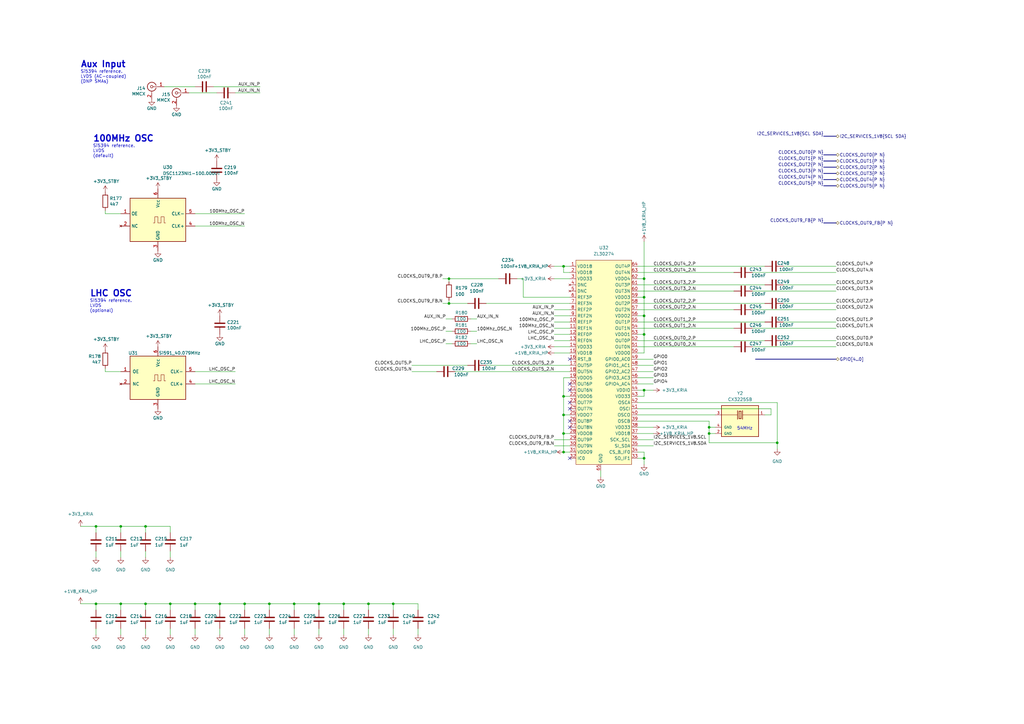
<source format=kicad_sch>
(kicad_sch (version 20211123) (generator eeschema)
  (paper "A3")
  (title_block (title "ATCA Template") (date "2023-01-05") (rev "1.0") (company "Karlsruhe Institute of Technology (KIT)") (comment 1 "Carsten Schmerbeck") (comment 2 "Luis Ardila") (comment 4 "Licensed under CERN-OHL-P v2"))
  (lib_symbols
    (symbol "Connector:Conn_Coaxial" (pin_names (offset 1.016) hide)
      (property "Reference" "J" (at 0.254 3.048 0))
      (property "Value" "Conn_Coaxial" (at 2.921 0 90))
      (symbol "Conn_Coaxial_0_1"
        (arc (start -1.778 -0.508) (mid 0.2311 -1.8066) (end 1.778 0) (stroke (width 0.254)))
        (polyline (pts (xy -2.54 0) (xy -0.508 0)))
        (polyline (pts (xy 0 -2.54) (xy 0 -1.778)))
        (circle (center 0 0) (radius 0.508) (stroke (width 0.2032)))
        (arc (start 1.778 0) (mid 0.2099 1.8101) (end -1.778 0.508) (stroke (width 0.254)))
      )
      (symbol "Conn_Coaxial_1_1"
        (pin passive line (at -5.08 0 0) (length 2.54) (name "In") (number "1"))
        (pin passive line (at 0 -5.08 90) (length 2.54) (name "Ext") (number "2"))
      )
    )
    (symbol "Device:C" (pin_numbers hide) (pin_names (offset 0.254))
      (property "Reference" "C" (at 0.635 2.54 0))
      (property "Value" "C" (at 0.635 -2.54 0))
      (symbol "C_0_1"
        (polyline (pts (xy -2.032 -0.762) (xy 2.032 -0.762)) (stroke (width 0.508)))
        (polyline (pts (xy -2.032 0.762) (xy 2.032 0.762)) (stroke (width 0.508)))
      )
      (symbol "C_1_1"
        (pin passive line (at 0 3.81 270) (length 2.794) (name "~") (number "1"))
        (pin passive line (at 0 -3.81 90) (length 2.794) (name "~") (number "2"))
      )
    )
    (symbol "Device:R" (pin_numbers hide) (pin_names (offset 0))
      (property "Reference" "R" (at 2.032 0 90))
      (property "Value" "R" (at 0 0 90))
      (symbol "R_0_1"
        (rectangle (start -1.016 -2.54) (end 1.016 2.54) (stroke (width 0.254)))
      )
      (symbol "R_1_1"
        (pin passive line (at 0 3.81 270) (length 1.27) (name "~") (number "1"))
        (pin passive line (at 0 -3.81 90) (length 1.27) (name "~") (number "2"))
      )
    )
    (symbol "KIT_Logic:ZL30274"
      (property "Reference" "U" (at 0 0 0))
      (property "Value" "ZL30274" (at 0 0 0))
      (symbol "ZL30274_0_0"
        (pin power_in line (at 0 0 0) (length 2.54) (name "VDD18") (number "1"))
        (pin input line (at 0 -22.86 0) (length 2.54) (name "REF1P") (number "10"))
        (pin input line (at 0 -25.4 0) (length 2.54) (name "REF1N") (number "11"))
        (pin input line (at 0 -27.94 0) (length 2.54) (name "REF0P") (number "12"))
        (pin input line (at 0 -30.48 0) (length 2.54) (name "REF0N") (number "13"))
        (pin power_in line (at 0 -33.02 0) (length 2.54) (name "VDD33") (number "14"))
        (pin power_in line (at 0 -35.56 0) (length 2.54) (name "VDD18") (number "15"))
        (pin input line (at 0 -38.1 0) (length 2.54) (name "RST_B") (number "16"))
        (pin output line (at 0 -40.64 0) (length 2.54) (name "OUT5P") (number "17"))
        (pin output line (at 0 -43.18 0) (length 2.54) (name "OUT5N") (number "18"))
        (pin power_in line (at 0 -45.72 0) (length 2.54) (name "VDDO5") (number "19"))
        (pin power_in line (at 0 -2.54 0) (length 2.54) (name "VDD18") (number "2"))
        (pin output line (at 0 -48.26 0) (length 2.54) (name "OUT6P") (number "20"))
        (pin output line (at 0 -50.8 0) (length 2.54) (name "OUT6N") (number "21"))
        (pin power_in line (at 0 -53.34 0) (length 2.54) (name "VDDO6") (number "22"))
        (pin output line (at 0 -55.88 0) (length 2.54) (name "OUT7P") (number "23"))
        (pin output line (at 0 -58.42 0) (length 2.54) (name "OUT7N") (number "24"))
        (pin power_in line (at 0 -60.96 0) (length 2.54) (name "VDDO7") (number "25"))
        (pin output line (at 0 -63.5 0) (length 2.54) (name "OUT8P") (number "26"))
        (pin output line (at 0 -66.04 0) (length 2.54) (name "OUT8N") (number "27"))
        (pin power_in line (at 0 -68.58 0) (length 2.54) (name "VDDO8") (number "28"))
        (pin output line (at 0 -71.12 0) (length 2.54) (name "OUT9P") (number "29"))
        (pin power_in line (at 0 -5.08 0) (length 2.54) (name "VDD33") (number "3"))
        (pin output line (at 0 -73.66 0) (length 2.54) (name "OUT9N") (number "30"))
        (pin power_in line (at 0 -76.2 0) (length 2.54) (name "VDDO9") (number "31"))
        (pin bidirectional line (at 0 -78.74 0) (length 2.54) (name "IC0") (number "32"))
        (pin input line (at 27.94 -78.74 180) (length 2.54) (name "SO_IF1") (number "33"))
        (pin input line (at 27.94 -76.2 180) (length 2.54) (name "CS_B_IF0") (number "34"))
        (pin bidirectional line (at 27.94 -73.66 180) (length 2.54) (name "SI_SDA") (number "35"))
        (pin input line (at 27.94 -71.12 180) (length 2.54) (name "SCK_SCL") (number "36"))
        (pin power_in line (at 27.94 -68.58 180) (length 2.54) (name "VDD18") (number "37"))
        (pin power_in line (at 27.94 -66.04 180) (length 2.54) (name "VDD33") (number "38"))
        (pin passive line (at 27.94 -63.5 180) (length 2.54) (name "OSCB") (number "39"))
        (pin no_connect line (at 0 -7.62 0) (length 2.54) (name "DNC") (number "4"))
        (pin passive line (at 27.94 -60.96 180) (length 2.54) (name "OSCO") (number "40"))
        (pin passive line (at 27.94 -58.42 180) (length 2.54) (name "OSCI") (number "41"))
        (pin passive line (at 27.94 -55.88 180) (length 2.54) (name "OSCA") (number "42"))
        (pin power_in line (at 27.94 -53.34 180) (length 2.54) (name "VDD33") (number "43"))
        (pin power_in line (at 27.94 -50.8 180) (length 2.54) (name "VDDIO") (number "44"))
        (pin bidirectional line (at 27.94 -48.26 180) (length 2.54) (name "GPIO4_AC4") (number "45"))
        (pin bidirectional line (at 27.94 -45.72 180) (length 2.54) (name "GPIO3_AC3") (number "46"))
        (pin bidirectional line (at 27.94 -43.18 180) (length 2.54) (name "GPIO2_AC2") (number "47"))
        (pin bidirectional line (at 27.94 -40.64 180) (length 2.54) (name "GPIO1_AC1") (number "48"))
        (pin bidirectional line (at 27.94 -38.1 180) (length 2.54) (name "GPIO0_AC0") (number "49"))
        (pin no_connect line (at 0 -10.16 0) (length 2.54) (name "DNC") (number "5"))
        (pin power_in line (at 27.94 -35.56 180) (length 2.54) (name "VDDO0") (number "50"))
        (pin output line (at 27.94 -33.02 180) (length 2.54) (name "OUT0N") (number "51"))
        (pin output line (at 27.94 -30.48 180) (length 2.54) (name "OUT0P") (number "52"))
        (pin power_in line (at 27.94 -27.94 180) (length 2.54) (name "VDDO1") (number "53"))
        (pin output line (at 27.94 -25.4 180) (length 2.54) (name "OUT1N") (number "54"))
        (pin output line (at 27.94 -22.86 180) (length 2.54) (name "OUT1P") (number "55"))
        (pin power_in line (at 27.94 -20.32 180) (length 2.54) (name "VDDO2") (number "56"))
        (pin output line (at 27.94 -17.78 180) (length 2.54) (name "OUT2N") (number "57"))
        (pin output line (at 27.94 -15.24 180) (length 2.54) (name "OUT2P") (number "58"))
        (pin power_in line (at 27.94 -12.7 180) (length 2.54) (name "VDDO3") (number "59"))
        (pin input line (at 0 -12.7 0) (length 2.54) (name "REF3P") (number "6"))
        (pin output line (at 27.94 -10.16 180) (length 2.54) (name "OUT3N") (number "60"))
        (pin output line (at 27.94 -7.62 180) (length 2.54) (name "OUT3P") (number "61"))
        (pin power_in line (at 27.94 -5.08 180) (length 2.54) (name "VDDO4") (number "62"))
        (pin output line (at 27.94 -2.54 180) (length 2.54) (name "OUT4N") (number "63"))
        (pin output line (at 27.94 0 180) (length 2.54) (name "OUT4P") (number "64"))
        (pin power_in line (at 12.7 -83.82 90) (length 2.54) (name "GND") (number "65"))
        (pin input line (at 0 -15.24 0) (length 2.54) (name "REF3N") (number "7"))
        (pin input line (at 0 -17.78 0) (length 2.54) (name "REF2P") (number "8"))
        (pin input line (at 0 -20.32 0) (length 2.54) (name "REF2N") (number "9"))
      )
      (symbol "ZL30274_0_1"
        (rectangle (start 25.4 -81.28) (end 2.54 2.54) (fill (type background)))
      )
    )
    (symbol "KIT_Oscillator:CX3225SB" (pin_names (offset 1.016))
      (property "Reference" "Y" (at -7.6454 7.62 0))
      (property "Value" "CX3225SB" (at -7.62 -8.89 0))
      (symbol "CX3225SB_0_0"
        (rectangle (start -7.62 -6.35) (end 7.62 6.35) (stroke (width 0.254)) (fill (type background)))
        (polyline (pts (xy -1.016 2.54) (xy -7.62 2.54)) (stroke (width 0.1524)))
        (polyline (pts (xy -1.016 4.318) (xy -1.016 0.762)) (stroke (width 0.254)))
        (polyline (pts (xy -0.381 1.016) (xy 0.381 1.016)) (stroke (width 0.254)))
        (polyline (pts (xy -0.381 4.064) (xy -0.381 1.016)) (stroke (width 0.254)))
        (polyline (pts (xy 0.381 1.016) (xy 0.381 4.064)) (stroke (width 0.254)))
        (polyline (pts (xy 0.381 4.064) (xy -0.381 4.064)) (stroke (width 0.254)))
        (polyline (pts (xy 1.016 2.54) (xy 7.62 2.54)) (stroke (width 0.1524)))
        (polyline (pts (xy 1.016 4.318) (xy 1.016 0.762)) (stroke (width 0.254)))
        (pin passive line (at -10.16 2.54 0) (length 2.54) (name "~") (number "1"))
        (pin power_in line (at 10.16 -5.08 180) (length 2.54) (name "GND") (number "2"))
        (pin passive line (at 10.16 2.54 180) (length 2.54) (name "~") (number "3"))
        (pin power_in line (at 10.16 -2.54 180) (length 2.54) (name "GND") (number "4"))
      )
    )
    (symbol "KIT_Oscillator:DSC1123NI1-100.0000T"
      (property "Reference" "U" (at 0 0 0))
      (property "Value" "DSC1123NI1-100.0000T" (at 0 0 0))
      (property "manf#" "DSC1123NI1-100.0000T" (at 0 0 0))
      (property "manf" "Microchip" (at 0 0 0))
      (property "Mouser#" "998-1123NI1-1000000T" (at 0 0 0))
      (symbol "DSC1123NI1-100.0000T_0_1"
        (rectangle (start -11.43 8.89) (end 11.43 -8.89) (stroke (width 0.254)) (fill (type background)))
        (polyline (pts (xy -1.905 -1.27) (xy -1.27 -1.27) (xy -1.27 1.27) (xy 0 1.27) (xy 0 -1.27) (xy 1.27 -1.27) (xy 1.27 1.27) (xy 2.54 1.27) (xy 2.54 -1.27) (xy 3.175 -1.27)))
      )
      (symbol "DSC1123NI1-100.0000T_1_1"
        (pin input line (at -15.24 2.54 0) (length 3.81) (name "OE") (number "1"))
        (pin no_connect line (at -15.24 -2.54 0) (length 3.81) (name "NC") (number "2"))
        (pin power_in line (at 0 -12.7 90) (length 3.81) (name "GND") (number "3"))
        (pin output line (at 15.24 -2.54 180) (length 3.81) (name "CLK+") (number "4"))
        (pin output line (at 15.24 2.54 180) (length 3.81) (name "CLK-") (number "5"))
        (pin power_in line (at 0 12.7 270) (length 3.81) (name "Vcc") (number "6"))
      )
    )
    (symbol "KIT_Oscillator:Si511" (pin_names (offset 1.016))
      (property "Reference" "U" (at -10.16 10.16 0))
      (property "Value" "Si511" (at 8.89 -10.16 0))
      (symbol "Si511_0_1"
        (rectangle (start -11.43 8.89) (end 11.43 -8.89) (stroke (width 0.254)) (fill (type background)))
        (polyline (pts (xy -1.905 -1.27) (xy -1.27 -1.27) (xy -1.27 1.27) (xy 0 1.27) (xy 0 -1.27) (xy 1.27 -1.27) (xy 1.27 1.27) (xy 2.54 1.27) (xy 2.54 -1.27) (xy 3.175 -1.27)))
      )
      (symbol "Si511_1_1"
        (pin input line (at -15.24 2.54 0) (length 3.81) (name "OE") (number "1"))
        (pin no_connect line (at -15.24 -2.54 0) (length 3.81) (name "NC") (number "2"))
        (pin power_in line (at 0 -12.7 90) (length 3.81) (name "GND") (number "3"))
        (pin output line (at 15.24 -2.54 180) (length 3.81) (name "CLK+") (number "4"))
        (pin output line (at 15.24 2.54 180) (length 3.81) (name "CLK-") (number "5"))
        (pin power_in line (at 0 12.7 270) (length 3.81) (name "Vcc") (number "6"))
      )
    )
    (symbol "KIT_Power:+1V8_KRIA_HP" (power) (pin_names (offset 0))
      (property "Value" "+1V8_KRIA_HP" (at 0 3.556 0))
      (symbol "+1V8_KRIA_HP_0_1"
        (polyline (pts (xy -0.762 1.27) (xy 0 2.54)))
        (polyline (pts (xy 0 0) (xy 0 2.54)))
        (polyline (pts (xy 0 2.54) (xy 0.762 1.27)))
      )
      (symbol "+1V8_KRIA_HP_1_1"
        (pin power_in line (at 0 0 90) (length 0) hide (name "+1V8_KRIA_HP") (number "1"))
      )
    )
    (symbol "KIT_Power:+3V3_KRIA" (power) (pin_names (offset 0))
      (property "Value" "+3V3_KRIA" (at 0 3.556 0))
      (symbol "+3V3_KRIA_0_1"
        (polyline (pts (xy -0.762 1.27) (xy 0 2.54)))
        (polyline (pts (xy 0 0) (xy 0 2.54)))
        (polyline (pts (xy 0 2.54) (xy 0.762 1.27)))
      )
      (symbol "+3V3_KRIA_1_1"
        (pin power_in line (at 0 0 90) (length 0) hide (name "+3V3_KRIA") (number "1"))
      )
    )
    (symbol "KIT_Power:+3V3_STBY" (power) (pin_names (offset 0))
      (property "Value" "+3V3_STBY" (at 0 3.556 0))
      (symbol "+3V3_STBY_0_1"
        (polyline (pts (xy -0.762 1.27) (xy 0 2.54)))
        (polyline (pts (xy 0 0) (xy 0 2.54)))
        (polyline (pts (xy 0 2.54) (xy 0.762 1.27)))
      )
      (symbol "+3V3_STBY_1_1"
        (pin power_in line (at 0 0 90) (length 0) hide (name "+3V3_STBY") (number "1"))
      )
    )
    (symbol "power:GND" (power) (pin_names (offset 0))
      (property "Value" "GND" (at 0 -3.81 0))
      (symbol "GND_0_1"
        (polyline (pts (xy 0 0) (xy 0 -1.27) (xy 1.27 -1.27) (xy 0 -2.54) (xy -1.27 -1.27) (xy 0 -1.27)))
      )
      (symbol "GND_1_1"
        (pin power_in line (at 0 0 270) (length 0) hide (name "GND") (number "1"))
      )
    )
  )
  (junction (at 59.69 247.65))
  (junction (at 184.15 124.46))
  (junction (at 231.14 109.22))
  (junction (at 80.01 247.65))
  (junction (at 231.14 185.42))
  (junction (at 290.83 177.8))
  (junction (at 264.16 187.96))
  (junction (at 49.53 247.65))
  (junction (at 264.16 114.3))
  (junction (at 69.85 247.65))
  (junction (at 39.37 247.65))
  (junction (at 264.16 121.92))
  (junction (at 140.97 247.65))
  (junction (at 161.29 247.65))
  (junction (at 318.77 181.61))
  (junction (at 59.69 215.9))
  (junction (at 151.13 247.65))
  (junction (at 231.14 162.56))
  (junction (at 264.16 137.16))
  (junction (at 231.14 170.18))
  (junction (at 264.16 160.02))
  (junction (at 231.14 177.8))
  (junction (at 39.37 215.9))
  (junction (at 110.49 247.65))
  (junction (at 290.83 175.26))
  (junction (at 49.53 215.9))
  (junction (at 90.17 247.65))
  (junction (at 120.65 247.65))
  (junction (at 264.16 129.54))
  (junction (at 100.33 247.65))
  (junction (at 184.15 114.3))
  (junction (at 130.81 247.65))
  (no_connect (at 233.68 157.48))
  (no_connect (at 233.68 160.02))
  (no_connect (at 233.68 165.1))
  (no_connect (at 233.68 167.64))
  (no_connect (at 233.68 172.72))
  (no_connect (at 233.68 175.26))
  (no_connect (at 233.68 187.96))
  (no_connect (at 233.68 147.32))
  (wire (pts (xy 184.15 124.46) (xy 191.77 124.46)))
  (wire (pts (xy 80.01 92.71) (xy 100.33 92.71)))
  (wire (pts (xy 261.62 134.62) (xy 300.99 134.62)))
  (wire (pts (xy 49.53 87.63) (xy 43.18 87.63)))
  (wire (pts (xy 227.33 139.7) (xy 233.68 139.7)))
  (wire (pts (xy 233.68 111.76) (xy 231.14 111.76)))
  (wire (pts (xy 290.83 172.72) (xy 290.83 175.26)))
  (wire (pts (xy 264.16 99.06) (xy 264.16 114.3)))
  (wire (pts (xy 227.33 127) (xy 233.68 127)))
  (wire (pts (xy 290.83 177.8) (xy 293.37 177.8)))
  (wire (pts (xy 69.85 257.81) (xy 69.85 260.35)))
  (wire (pts (xy 161.29 247.65) (xy 171.45 247.65)))
  (wire (pts (xy 308.61 111.76) (xy 342.9 111.76)))
  (wire (pts (xy 49.53 257.81) (xy 49.53 260.35)))
  (wire (pts (xy 33.02 215.9) (xy 39.37 215.9)))
  (wire (pts (xy 231.14 154.94) (xy 231.14 162.56)))
  (bus (pts (xy 342.9 55.88) (xy 337.82 55.88)))
  (wire (pts (xy 39.37 215.9) (xy 39.37 218.44)))
  (wire (pts (xy 261.62 152.4) (xy 267.97 152.4)))
  (wire (pts (xy 264.16 185.42) (xy 264.16 187.96)))
  (wire (pts (xy 80.01 257.81) (xy 80.01 260.35)))
  (wire (pts (xy 184.15 114.3) (xy 204.47 114.3)))
  (wire (pts (xy 171.45 247.65) (xy 171.45 250.19)))
  (wire (pts (xy 227.33 132.08) (xy 233.68 132.08)))
  (wire (pts (xy 261.62 119.38) (xy 300.99 119.38)))
  (wire (pts (xy 261.62 182.88) (xy 267.97 182.88)))
  (wire (pts (xy 130.81 257.81) (xy 130.81 260.35)))
  (wire (pts (xy 261.62 175.26) (xy 267.97 175.26)))
  (wire (pts (xy 264.16 162.56) (xy 264.16 160.02)))
  (wire (pts (xy 80.01 157.48) (xy 96.52 157.48)))
  (wire (pts (xy 106.68 38.1) (xy 96.52 38.1)))
  (wire (pts (xy 90.17 247.65) (xy 90.17 250.19)))
  (wire (pts (xy 318.77 165.1) (xy 318.77 181.61)))
  (wire (pts (xy 59.69 247.65) (xy 59.69 250.19)))
  (wire (pts (xy 321.31 109.22) (xy 342.9 109.22)))
  (wire (pts (xy 69.85 247.65) (xy 69.85 250.19)))
  (wire (pts (xy 264.16 129.54) (xy 264.16 137.16)))
  (wire (pts (xy 261.62 129.54) (xy 264.16 129.54)))
  (wire (pts (xy 59.69 215.9) (xy 59.69 218.44)))
  (wire (pts (xy 261.62 114.3) (xy 264.16 114.3)))
  (bus (pts (xy 342.9 91.44) (xy 337.82 91.44)))
  (wire (pts (xy 261.62 154.94) (xy 267.97 154.94)))
  (wire (pts (xy 233.68 154.94) (xy 231.14 154.94)))
  (wire (pts (xy 151.13 247.65) (xy 161.29 247.65)))
  (wire (pts (xy 264.16 187.96) (xy 264.16 190.5)))
  (wire (pts (xy 100.33 247.65) (xy 110.49 247.65)))
  (wire (pts (xy 49.53 226.06) (xy 49.53 228.6)))
  (wire (pts (xy 231.14 109.22) (xy 233.68 109.22)))
  (wire (pts (xy 199.39 149.86) (xy 233.68 149.86)))
  (wire (pts (xy 182.88 140.97) (xy 185.42 140.97)))
  (wire (pts (xy 49.53 247.65) (xy 49.53 250.19)))
  (wire (pts (xy 33.02 247.65) (xy 39.37 247.65)))
  (wire (pts (xy 261.62 127) (xy 300.99 127)))
  (wire (pts (xy 39.37 247.65) (xy 49.53 247.65)))
  (wire (pts (xy 308.61 119.38) (xy 342.9 119.38)))
  (wire (pts (xy 231.14 177.8) (xy 231.14 185.42)))
  (wire (pts (xy 261.62 139.7) (xy 313.69 139.7)))
  (wire (pts (xy 212.09 114.3) (xy 214.63 114.3)))
  (wire (pts (xy 261.62 187.96) (xy 264.16 187.96)))
  (wire (pts (xy 261.62 172.72) (xy 290.83 172.72)))
  (wire (pts (xy 110.49 257.81) (xy 110.49 260.35)))
  (wire (pts (xy 261.62 132.08) (xy 313.69 132.08)))
  (wire (pts (xy 261.62 167.64) (xy 316.23 167.64)))
  (wire (pts (xy 186.69 152.4) (xy 233.68 152.4)))
  (wire (pts (xy 227.33 142.24) (xy 233.68 142.24)))
  (wire (pts (xy 69.85 226.06) (xy 69.85 228.6)))
  (wire (pts (xy 110.49 247.65) (xy 110.49 250.19)))
  (bus (pts (xy 342.9 76.2) (xy 337.82 76.2)))
  (wire (pts (xy 181.61 114.3) (xy 184.15 114.3)))
  (wire (pts (xy 87.63 35.56) (xy 106.68 35.56)))
  (wire (pts (xy 231.14 111.76) (xy 231.14 109.22)))
  (wire (pts (xy 110.49 247.65) (xy 120.65 247.65)))
  (wire (pts (xy 264.16 114.3) (xy 264.16 121.92)))
  (wire (pts (xy 231.14 162.56) (xy 231.14 170.18)))
  (wire (pts (xy 261.62 185.42) (xy 264.16 185.42)))
  (wire (pts (xy 261.62 111.76) (xy 300.99 111.76)))
  (wire (pts (xy 43.18 152.4) (xy 43.18 151.13)))
  (wire (pts (xy 130.81 247.65) (xy 130.81 250.19)))
  (bus (pts (xy 342.9 68.58) (xy 337.82 68.58)))
  (wire (pts (xy 39.37 226.06) (xy 39.37 228.6)))
  (wire (pts (xy 227.33 137.16) (xy 233.68 137.16)))
  (wire (pts (xy 231.14 177.8) (xy 233.68 177.8)))
  (wire (pts (xy 321.31 116.84) (xy 342.9 116.84)))
  (wire (pts (xy 261.62 149.86) (xy 267.97 149.86)))
  (wire (pts (xy 264.16 121.92) (xy 264.16 129.54)))
  (wire (pts (xy 49.53 215.9) (xy 39.37 215.9)))
  (bus (pts (xy 342.9 71.12) (xy 337.82 71.12)))
  (wire (pts (xy 316.23 167.64) (xy 316.23 170.18)))
  (wire (pts (xy 184.15 114.3) (xy 184.15 115.57)))
  (wire (pts (xy 261.62 162.56) (xy 264.16 162.56)))
  (wire (pts (xy 261.62 144.78) (xy 264.16 144.78)))
  (wire (pts (xy 184.15 124.46) (xy 184.15 123.19)))
  (wire (pts (xy 193.04 135.89) (xy 195.58 135.89)))
  (wire (pts (xy 100.33 247.65) (xy 100.33 250.19)))
  (wire (pts (xy 308.61 127) (xy 342.9 127)))
  (wire (pts (xy 130.81 247.65) (xy 140.97 247.65)))
  (wire (pts (xy 261.62 157.48) (xy 267.97 157.48)))
  (wire (pts (xy 261.62 121.92) (xy 264.16 121.92)))
  (wire (pts (xy 140.97 247.65) (xy 151.13 247.65)))
  (wire (pts (xy 49.53 215.9) (xy 59.69 215.9)))
  (wire (pts (xy 59.69 247.65) (xy 69.85 247.65)))
  (wire (pts (xy 161.29 247.65) (xy 161.29 250.19)))
  (wire (pts (xy 59.69 215.9) (xy 69.85 215.9)))
  (wire (pts (xy 69.85 247.65) (xy 80.01 247.65)))
  (wire (pts (xy 168.91 149.86) (xy 191.77 149.86)))
  (wire (pts (xy 100.33 257.81) (xy 100.33 260.35)))
  (wire (pts (xy 140.97 247.65) (xy 140.97 250.19)))
  (wire (pts (xy 261.62 116.84) (xy 313.69 116.84)))
  (wire (pts (xy 290.83 175.26) (xy 290.83 177.8)))
  (wire (pts (xy 140.97 257.81) (xy 140.97 260.35)))
  (wire (pts (xy 261.62 124.46) (xy 313.69 124.46)))
  (wire (pts (xy 168.91 152.4) (xy 179.07 152.4)))
  (wire (pts (xy 227.33 109.22) (xy 231.14 109.22)))
  (wire (pts (xy 120.65 247.65) (xy 130.81 247.65)))
  (wire (pts (xy 49.53 152.4) (xy 43.18 152.4)))
  (wire (pts (xy 193.04 130.81) (xy 195.58 130.81)))
  (wire (pts (xy 214.63 121.92) (xy 233.68 121.92)))
  (wire (pts (xy 182.88 135.89) (xy 185.42 135.89)))
  (bus (pts (xy 342.9 63.5) (xy 337.82 63.5)))
  (wire (pts (xy 227.33 180.34) (xy 233.68 180.34)))
  (wire (pts (xy 321.31 132.08) (xy 342.9 132.08)))
  (wire (pts (xy 321.31 139.7) (xy 342.9 139.7)))
  (wire (pts (xy 161.29 257.81) (xy 161.29 260.35)))
  (wire (pts (xy 171.45 257.81) (xy 171.45 260.35)))
  (wire (pts (xy 90.17 247.65) (xy 100.33 247.65)))
  (wire (pts (xy 120.65 247.65) (xy 120.65 250.19)))
  (bus (pts (xy 342.9 73.66) (xy 337.82 73.66)))
  (wire (pts (xy 261.62 147.32) (xy 267.97 147.32)))
  (wire (pts (xy 49.53 247.65) (xy 59.69 247.65)))
  (wire (pts (xy 80.01 152.4) (xy 96.52 152.4)))
  (wire (pts (xy 261.62 160.02) (xy 264.16 160.02)))
  (wire (pts (xy 120.65 257.81) (xy 120.65 260.35)))
  (bus (pts (xy 309.88 147.32) (xy 342.9 147.32)))
  (wire (pts (xy 261.62 142.24) (xy 300.99 142.24)))
  (wire (pts (xy 308.61 134.62) (xy 342.9 134.62)))
  (wire (pts (xy 90.17 257.81) (xy 90.17 260.35)))
  (wire (pts (xy 227.33 134.62) (xy 233.68 134.62)))
  (wire (pts (xy 231.14 185.42) (xy 233.68 185.42)))
  (bus (pts (xy 342.9 66.04) (xy 337.82 66.04)))
  (wire (pts (xy 214.63 114.3) (xy 214.63 121.92)))
  (wire (pts (xy 227.33 129.54) (xy 233.68 129.54)))
  (wire (pts (xy 80.01 247.65) (xy 80.01 250.19)))
  (wire (pts (xy 80.01 87.63) (xy 100.33 87.63)))
  (wire (pts (xy 316.23 170.18) (xy 313.69 170.18)))
  (wire (pts (xy 59.69 226.06) (xy 59.69 228.6)))
  (wire (pts (xy 231.14 170.18) (xy 233.68 170.18)))
  (wire (pts (xy 43.18 87.63) (xy 43.18 86.36)))
  (wire (pts (xy 321.31 124.46) (xy 342.9 124.46)))
  (wire (pts (xy 246.38 193.04) (xy 246.38 195.58)))
  (wire (pts (xy 151.13 257.81) (xy 151.13 260.35)))
  (wire (pts (xy 261.62 177.8) (xy 267.97 177.8)))
  (wire (pts (xy 80.01 247.65) (xy 90.17 247.65)))
  (wire (pts (xy 261.62 165.1) (xy 318.77 165.1)))
  (wire (pts (xy 231.14 162.56) (xy 233.68 162.56)))
  (wire (pts (xy 39.37 247.65) (xy 39.37 250.19)))
  (wire (pts (xy 290.83 175.26) (xy 293.37 175.26)))
  (wire (pts (xy 227.33 144.78) (xy 233.68 144.78)))
  (wire (pts (xy 69.85 215.9) (xy 69.85 218.44)))
  (wire (pts (xy 182.88 130.81) (xy 185.42 130.81)))
  (wire (pts (xy 318.77 181.61) (xy 318.77 184.15)))
  (wire (pts (xy 39.37 257.81) (xy 39.37 260.35)))
  (wire (pts (xy 231.14 170.18) (xy 231.14 177.8)))
  (wire (pts (xy 199.39 124.46) (xy 233.68 124.46)))
  (wire (pts (xy 261.62 180.34) (xy 267.97 180.34)))
  (wire (pts (xy 308.61 142.24) (xy 342.9 142.24)))
  (wire (pts (xy 290.83 181.61) (xy 318.77 181.61)))
  (wire (pts (xy 227.33 182.88) (xy 233.68 182.88)))
  (wire (pts (xy 49.53 215.9) (xy 49.53 218.44)))
  (wire (pts (xy 261.62 109.22) (xy 313.69 109.22)))
  (wire (pts (xy 80.01 35.56) (xy 67.31 35.56)))
  (wire (pts (xy 151.13 247.65) (xy 151.13 250.19)))
  (wire (pts (xy 264.16 137.16) (xy 264.16 144.78)))
  (wire (pts (xy 181.61 124.46) (xy 184.15 124.46)))
  (wire (pts (xy 261.62 170.18) (xy 293.37 170.18)))
  (wire (pts (xy 193.04 140.97) (xy 195.58 140.97)))
  (wire (pts (xy 77.47 38.1) (xy 88.9 38.1)))
  (wire (pts (xy 261.62 137.16) (xy 264.16 137.16)))
  (wire (pts (xy 290.83 177.8) (xy 290.83 181.61)))
  (wire (pts (xy 227.33 114.3) (xy 233.68 114.3)))
  (wire (pts (xy 264.16 160.02) (xy 267.97 160.02)))
  (wire (pts (xy 59.69 257.81) (xy 59.69 260.35)))
  (text "54MHz\n" (at 302.26 176.53 0) (effects (font (size 1.27 1.27)) (justify left bottom)))
  (text "Si5394 reference.\nLVDS (AC-coupled)\n(DNP SMAs)" (at 33.02 34.29 0) (effects (font (size 1.27 1.27)) (justify left bottom)))
  (text "Si5394 reference.\nLVDS\n(optional)" (at 36.83 128.27 0) (effects (font (size 1.27 1.27)) (justify left bottom)))
  (text "Si5394 reference.\nLVDS\n(default)" (at 38.1 64.77 0) (effects (font (size 1.27 1.27)) (justify left bottom)))
  (text "100MHz OSC" (at 38.1 58.42 0) (effects (font (size 2.54 2.54) (thickness 0.508) bold) (justify left bottom)))
  (text "LHC OSC" (at 36.83 121.92 0) (effects (font (size 2.54 2.54) (thickness 0.508) bold) (justify left bottom)))
  (text "Aux Input" (at 33.02 27.94 0) (effects (font (size 2.54 2.54) (thickness 0.508) bold) (justify left bottom)))
  (label "I2C_SERVICES_1V8{SCL SDA}" (at 337.82 55.88 180))
  (label "CLOCKS_OUT4.N" (at 342.9 111.76 0))
  (label "CLOCKS_OUT4_2.P" (at 267.97 109.22 0))
  (label "CLOCKS_OUT5.P" (at 168.91 149.86 180))
  (label "LHC_OSC_P" (at 96.52 152.4 180))
  (label "LHC_OSC_N" (at 96.52 157.48 180))
  (label "CLOCKS_OUT9_FB.N" (at 181.61 124.46 180))
  (label "CLOCKS_OUT2_2.P" (at 267.97 124.46 0))
  (label "CLOCKS_OUT5_2.P" (at 227.33 149.86 180))
  (label "CLOCKS_OUT5_2.N" (at 227.33 152.4 180))
  (label "CLOCKS_OUT9_FB.N" (at 227.33 182.88 180))
  (label "CLOCKS_OUT5.N" (at 168.91 152.4 180))
  (label "CLOCKS_OUT2{P N}" (at 337.82 68.58 180))
  (label "CLOCKS_OUT3_2.P" (at 267.97 116.84 0))
  (label "CLOCKS_OUT4.P" (at 342.9 109.22 0))
  (label "100Mhz_OSC_N" (at 100.33 92.71 180))
  (label "I2C_SERVICES_1V8.SCL" (at 267.97 180.34 0))
  (label "CLOCKS_OUT5{P N}" (at 337.82 76.2 180))
  (label "CLOCKS_OUT9_FB.P" (at 181.61 114.3 180))
  (label "GPIO3" (at 267.97 154.94 0))
  (label "I2C_SERVICES_1V8.SDA" (at 267.97 182.88 0))
  (label "GPIO1" (at 267.97 149.86 0))
  (label "100Mhz_OSC_N" (at 227.33 134.62 180))
  (label "LHC_OSC_N" (at 227.33 139.7 180))
  (label "AUX_IN_N" (at 195.58 130.81 0))
  (label "CLOCKS_OUT3.P" (at 342.9 116.84 0))
  (label "GPIO2" (at 267.97 152.4 0))
  (label "CLOCKS_OUT3_2.N" (at 267.97 119.38 0))
  (label "CLOCKS_OUT0_2.N" (at 267.97 142.24 0))
  (label "CLOCKS_OUT2.P" (at 342.9 124.46 0))
  (label "AUX_IN_N" (at 106.68 38.1 180))
  (label "GPIO4" (at 267.97 157.48 0))
  (label "CLOCKS_OUT1{P N}" (at 337.82 66.04 180))
  (label "LHC_OSC_P" (at 227.33 137.16 180))
  (label "100Mhz_OSC_P" (at 100.33 87.63 180))
  (label "100Mhz_OSC_N" (at 195.58 135.89 0))
  (label "AUX_IN_P" (at 227.33 127 180))
  (label "CLOCKS_OUT1.N" (at 342.9 134.62 0))
  (label "CLOCKS_OUT9_FB.P" (at 227.33 180.34 180))
  (label "LHC_OSC_P" (at 182.88 140.97 180))
  (label "CLOCKS_OUT0{P N}" (at 337.82 63.5 180))
  (label "CLOCKS_OUT4_2.N" (at 267.97 111.76 0))
  (label "CLOCKS_OUT0_2.P" (at 267.97 139.7 0))
  (label "CLOCKS_OUT2.N" (at 342.9 127 0))
  (label "GPIO0" (at 267.97 147.32 0))
  (label "CLOCKS_OUT9_FB{P N}" (at 337.82 91.44 180))
  (label "100Mhz_OSC_P" (at 182.88 135.89 180))
  (label "100Mhz_OSC_P" (at 227.33 132.08 180))
  (label "CLOCKS_OUT2_2.N" (at 267.97 127 0))
  (label "AUX_IN_P" (at 182.88 130.81 180))
  (label "AUX_IN_P" (at 106.68 35.56 180))
  (label "CLOCKS_OUT1.P" (at 342.9 132.08 0))
  (label "AUX_IN_N" (at 227.33 129.54 180))
  (label "CLOCKS_OUT1_2.N" (at 267.97 134.62 0))
  (label "CLOCKS_OUT0.N" (at 342.9 142.24 0))
  (label "CLOCKS_OUT4{P N}" (at 337.82 73.66 180))
  (label "CLOCKS_OUT0.P" (at 342.9 139.7 0))
  (label "CLOCKS_OUT1_2.P" (at 267.97 132.08 0))
  (label "CLOCKS_OUT3.N" (at 342.9 119.38 0))
  (label "LHC_OSC_N" (at 195.58 140.97 0))
  (label "CLOCKS_OUT3{P N}" (at 337.82 71.12 180))
  (hierarchical_label "CLOCKS_OUT3{P N}" (shape bidirectional) (at 342.9 71.12 0))
  (hierarchical_label "CLOCKS_OUT5{P N}" (shape bidirectional) (at 342.9 76.2 0))
  (hierarchical_label "CLOCKS_OUT1{P N}" (shape bidirectional) (at 342.9 66.04 0))
  (hierarchical_label "CLOCKS_OUT4{P N}" (shape bidirectional) (at 342.9 73.66 0))
  (hierarchical_label "CLOCKS_OUT9_FB{P N}" (shape bidirectional) (at 342.9 91.44 0))
  (hierarchical_label "GPIO[4..0]" (shape bidirectional) (at 342.9 147.32 0))
  (hierarchical_label "CLOCKS_OUT2{P N}" (shape bidirectional) (at 342.9 68.58 0))
  (hierarchical_label "I2C_SERVICES_1V8{SCL SDA}" (shape bidirectional) (at 342.9 55.88 0))
  (hierarchical_label "CLOCKS_OUT0{P N}" (shape bidirectional) (at 342.9 63.5 0))
  (symbol (lib_id "KIT_Oscillator:DSC1123NI1-100.0000T") (at 64.77 90.17 0) (unit 1)
    (property "Reference" "U30" (at 66.7894 68.58 0) (effects (justify left)))
    (property "Value" "DSC1123NI1-100.0000T" (at 66.7894 71.12 0) (effects (justify left)))
    (property "Footprint" "KIT_Package_DFN_QFN:CDFN_7x5_Pitch2.54mm" (effects hide))
    (property "Datasheet" "https://www.mouser.de/datasheet/2/268/20005745A-1149186.pdf" (effects hide))
    (property "manf#" "DSC1123NI1-100.0000T" (effects hide))
    (property "manf" "Microchip" (effects hide))
    (property "mouser#" "998-1123NI1-1000000T" (effects hide))
  )
  (symbol (lib_id "KIT_Logic:ZL30274") (at 233.68 109.22 0) (unit 1)
    (property "Reference" "U32" (at 247.65 101.6 0))
    (property "Value" "ZL30274" (at 247.65 104.14 0))
    (property "Footprint" "Package_DFN_QFN:VQFN-64-1EP_9x9mm_P0.5mm_EP7.15x7.15mm" (effects hide))
    (property "Datasheet" "https://ww1.microchip.com/downloads/en/DeviceDoc/ZL30273-4-1-and-2-Channel-Jitter-Attenuators-with-up-to-20-Outputs-Product-Brief-20006636.pdf" (effects hide))
    (property "digikey#" "150-ZL30274LDG1-ND" (effects hide))
    (property "manf" "Microchip Technology" (effects hide))
    (property "manf#" "ZL30274LDG1" (effects hide))
    (property "stock" "Serenity: 60" (effects hide))
    (property "info" "http://ww1.microchip.com/downloads/en/DeviceDoc/64L_QFN_9x9_R4X_C04-00149e.pdf" (effects hide))
  )
  (symbol (lib_id "power:GND") (at 69.85 260.35 0) (unit 1)
    (property "Reference" "#PWR0664" (effects hide))
    (property "Value" "GND" (at 69.85 265.43 0))
  )
  (symbol (lib_id "KIT_Power:+3V3_STBY") (at 43.18 143.51 0) (unit 1)
    (property "Reference" "#PWR0652" (effects hide))
    (property "Value" "+3V3_STBY" (at 43.561 139.1158 0))
  )
  (symbol (lib_id "KIT_Power:+1V8_KRIA_HP") (at 227.33 144.78 90) (unit 1)
    (property "Reference" "#PWR0346" (effects hide))
    (property "Value" "+1V8_KRIA_HP" (at 210.82 144.78 90) (effects (justify right)))
  )
  (symbol (lib_id "Device:C") (at 49.53 254 180) (unit 1)
    (property "Reference" "C214" (at 53.34 252.7299 0) (effects (justify right)))
    (property "Value" "1uF" (at 53.34 255.2699 0) (effects (justify right)))
    (property "Footprint" "Capacitor_SMD:C_0402_1005Metric" (effects hide))
    (property "stock" "AVT-IPE" (effects hide))
    (property "voltage" "16 V" (effects hide))
  )
  (symbol (lib_id "KIT_Power:+3V3_KRIA") (at 227.33 142.24 90) (unit 1)
    (property "Reference" "#PWR0345" (effects hide))
    (property "Value" "+3V3_KRIA" (at 213.36 142.24 90) (effects (justify right)))
  )
  (symbol (lib_id "Device:C") (at 304.8 119.38 90) (unit 1)
    (property "Reference" "C244" (at 309.88 118.11 90))
    (property "Value" "100nF" (at 311.15 120.65 90))
    (property "Footprint" "Capacitor_SMD:C_0402_1005Metric" (effects hide))
    (property "stock" "AVT-IPE" (effects hide))
  )
  (symbol (lib_id "Device:C") (at 120.65 254 180) (unit 1)
    (property "Reference" "C225" (at 124.46 252.7299 0) (effects (justify right)))
    (property "Value" "1uF" (at 124.46 255.2699 0) (effects (justify right)))
    (property "Footprint" "Capacitor_SMD:C_0402_1005Metric" (effects hide))
    (property "stock" "AVT-IPE" (effects hide))
    (property "voltage" "16 V" (effects hide))
  )
  (symbol (lib_id "KIT_Power:+3V3_STBY") (at 64.77 77.47 0) (unit 1)
    (property "Reference" "#PWR0657" (effects hide))
    (property "Value" "+3V3_STBY" (at 65.151 73.0758 0))
  )
  (symbol (lib_id "power:GND") (at 110.49 260.35 0) (unit 1)
    (property "Reference" "#PWR0672" (effects hide))
    (property "Value" "GND" (at 110.49 265.43 0))
  )
  (symbol (lib_id "KIT_Power:+3V3_STBY") (at 90.17 129.54 0) (unit 1)
    (property "Reference" "#PWR0668" (effects hide))
    (property "Value" "+3V3_STBY" (at 90.551 125.1458 0))
  )
  (symbol (lib_id "power:GND") (at 120.65 260.35 0) (unit 1)
    (property "Reference" "#PWR0673" (effects hide))
    (property "Value" "GND" (at 120.65 265.43 0))
  )
  (symbol (lib_id "Device:C") (at 130.81 254 180) (unit 1)
    (property "Reference" "C226" (at 134.62 252.7299 0) (effects (justify right)))
    (property "Value" "1uF" (at 134.62 255.2699 0) (effects (justify right)))
    (property "Footprint" "Capacitor_SMD:C_0402_1005Metric" (effects hide))
    (property "stock" "AVT-IPE" (effects hide))
    (property "voltage" "16 V" (effects hide))
  )
  (symbol (lib_id "Device:C") (at 90.17 254 180) (unit 1)
    (property "Reference" "C222" (at 93.98 252.7299 0) (effects (justify right)))
    (property "Value" "1uF" (at 93.98 255.2699 0) (effects (justify right)))
    (property "Footprint" "Capacitor_SMD:C_0402_1005Metric" (effects hide))
    (property "stock" "AVT-IPE" (effects hide))
    (property "voltage" "16 V" (effects hide))
  )
  (symbol (lib_id "Device:C") (at 208.28 114.3 90) (unit 1)
    (property "Reference" "C234" (at 208.28 106.68 90))
    (property "Value" "100nF" (at 208.28 109.22 90))
    (property "Footprint" "Capacitor_SMD:C_0402_1005Metric" (effects hide))
    (property "stock" "AVT-IPE" (effects hide))
  )
  (symbol (lib_id "Device:C") (at 49.53 222.25 180) (unit 1)
    (property "Reference" "C213" (at 53.34 220.9799 0) (effects (justify right)))
    (property "Value" "1uF" (at 53.34 223.5199 0) (effects (justify right)))
    (property "Footprint" "Capacitor_SMD:C_0402_1005Metric" (effects hide))
    (property "stock" "AVT-IPE" (effects hide))
    (property "voltage" "16 V" (effects hide))
  )
  (symbol (lib_id "KIT_Power:+1V8_KRIA_HP") (at 267.97 177.8 270) (unit 1)
    (property "Reference" "#PWR0350" (effects hide))
    (property "Value" "+1V8_KRIA_HP" (at 284.48 177.8 90) (effects (justify right)))
  )
  (symbol (lib_id "Device:C") (at 317.5 132.08 90) (unit 1)
    (property "Reference" "C251" (at 321.31 130.81 90))
    (property "Value" "100nF" (at 322.58 133.35 90))
    (property "Footprint" "Capacitor_SMD:C_0402_1005Metric" (effects hide))
    (property "stock" "AVT-IPE" (effects hide))
  )
  (symbol (lib_id "KIT_Power:+3V3_STBY") (at 43.18 78.74 0) (unit 1)
    (property "Reference" "#PWR0651" (effects hide))
    (property "Value" "+3V3_STBY" (at 43.561 74.3458 0))
  )
  (symbol (lib_id "Device:R") (at 189.23 140.97 90) (unit 1)
    (property "Reference" "R182" (at 189.23 138.43 90))
    (property "Value" "100" (at 189.23 140.97 90))
    (property "Footprint" "Resistor_SMD:R_0402_1005Metric" (effects hide))
    (property "digikey#" "A129615CT-ND" (effects hide))
    (property "manf" "TE" (effects hide))
    (property "manf#" "CRGCQ0402F100R" (effects hide))
    (property "stock" "AVT-IPE" (effects hide))
  )
  (symbol (lib_id "Device:C") (at 317.5 109.22 90) (unit 1)
    (property "Reference" "C248" (at 321.31 107.95 90))
    (property "Value" "100nF" (at 322.58 110.49 90))
    (property "Footprint" "Capacitor_SMD:C_0402_1005Metric" (effects hide))
    (property "stock" "AVT-IPE" (effects hide))
  )
  (symbol (lib_id "power:GND") (at 246.38 195.58 0) (unit 1)
    (property "Reference" "#PWR0681" (effects hide))
    (property "Value" "GND" (at 246.38 199.39 0))
  )
  (symbol (lib_id "Device:C") (at 39.37 222.25 180) (unit 1)
    (property "Reference" "C211" (at 43.18 220.9799 0) (effects (justify right)))
    (property "Value" "1uF" (at 43.18 223.5199 0) (effects (justify right)))
    (property "Footprint" "Capacitor_SMD:C_0402_1005Metric" (effects hide))
    (property "stock" "AVT-IPE" (effects hide))
    (property "voltage" "16 V" (effects hide))
  )
  (symbol (lib_id "power:GND") (at 69.85 228.6 0) (unit 1)
    (property "Reference" "#PWR0663" (effects hide))
    (property "Value" "GND" (at 69.85 233.68 0))
  )
  (symbol (lib_id "Device:C") (at 59.69 254 180) (unit 1)
    (property "Reference" "C216" (at 63.5 252.7299 0) (effects (justify right)))
    (property "Value" "1uF" (at 63.5 255.2699 0) (effects (justify right)))
    (property "Footprint" "Capacitor_SMD:C_0402_1005Metric" (effects hide))
    (property "stock" "AVT-IPE" (effects hide))
    (property "voltage" "16 V" (effects hide))
  )
  (symbol (lib_id "power:GND") (at 90.17 137.16 0) (unit 1)
    (property "Reference" "#PWR0669" (effects hide))
    (property "Value" "GND" (at 90.17 140.97 0))
  )
  (symbol (lib_id "power:GND") (at 90.17 260.35 0) (unit 1)
    (property "Reference" "#PWR0670" (effects hide))
    (property "Value" "GND" (at 90.17 265.43 0))
  )
  (symbol (lib_id "power:GND") (at 161.29 260.35 0) (unit 1)
    (property "Reference" "#PWR0679" (effects hide))
    (property "Value" "GND" (at 161.29 265.43 0))
  )
  (symbol (lib_id "Device:R") (at 189.23 135.89 90) (unit 1)
    (property "Reference" "R181" (at 189.23 133.35 90))
    (property "Value" "100" (at 189.23 135.89 90))
    (property "Footprint" "Resistor_SMD:R_0402_1005Metric" (effects hide))
    (property "digikey#" "A129615CT-ND" (effects hide))
    (property "manf" "TE" (effects hide))
    (property "manf#" "CRGCQ0402F100R" (effects hide))
    (property "stock" "AVT-IPE" (effects hide))
  )
  (symbol (lib_id "Device:R") (at 189.23 130.81 90) (unit 1)
    (property "Reference" "R180" (at 189.23 128.27 90))
    (property "Value" "100" (at 189.23 130.81 90))
    (property "Footprint" "Resistor_SMD:R_0402_1005Metric" (effects hide))
    (property "digikey#" "A129615CT-ND" (effects hide))
    (property "manf" "TE" (effects hide))
    (property "manf#" "CRGCQ0402F100R" (effects hide))
    (property "stock" "AVT-IPE" (effects hide))
  )
  (symbol (lib_id "Device:R") (at 43.18 147.32 0) (unit 1)
    (property "Reference" "R178" (at 41.402 146.1516 0) (effects (justify right)))
    (property "Value" "4k7" (at 41.402 148.463 0) (effects (justify right)))
    (property "Footprint" "Resistor_SMD:R_0402_1005Metric" (effects hide))
    (property "tolerance" "1%" (effects hide))
    (property "stock" "AVT-IPE" (effects hide))
    (property "digikey#" "A129635CT-ND" (effects hide))
    (property "manf" "TE" (effects hide))
    (property "manf#" "CRGCQ0402F4K7" (effects hide))
  )
  (symbol (lib_id "Device:C") (at 100.33 254 180) (unit 1)
    (property "Reference" "C223" (at 104.14 252.7299 0) (effects (justify right)))
    (property "Value" "1uF" (at 104.14 255.2699 0) (effects (justify right)))
    (property "Footprint" "Capacitor_SMD:C_0402_1005Metric" (effects hide))
    (property "stock" "AVT-IPE" (effects hide))
    (property "voltage" "16 V" (effects hide))
  )
  (symbol (lib_id "Device:C") (at 39.37 254 180) (unit 1)
    (property "Reference" "C212" (at 43.18 252.7299 0) (effects (justify right)))
    (property "Value" "1uF" (at 43.18 255.2699 0) (effects (justify right)))
    (property "Footprint" "Capacitor_SMD:C_0402_1005Metric" (effects hide))
    (property "stock" "AVT-IPE" (effects hide))
    (property "voltage" "16 V" (effects hide))
  )
  (symbol (lib_id "KIT_Power:+1V8_KRIA_HP") (at 264.16 99.06 0) (unit 1)
    (property "Reference" "#PWR0342" (effects hide))
    (property "Value" "+1V8_KRIA_HP" (at 264.16 82.55 90) (effects (justify right)))
  )
  (symbol (lib_id "Device:C") (at 304.8 134.62 90) (unit 1)
    (property "Reference" "C246" (at 309.88 133.35 90))
    (property "Value" "100nF" (at 311.15 135.89 90))
    (property "Footprint" "Capacitor_SMD:C_0402_1005Metric" (effects hide))
    (property "stock" "AVT-IPE" (effects hide))
  )
  (symbol (lib_id "Device:C") (at 83.82 35.56 270) (unit 1)
    (property "Reference" "C239" (at 83.82 29.1592 90))
    (property "Value" "100nF" (at 83.82 31.4706 90))
    (property "Footprint" "Capacitor_SMD:C_0402_1005Metric" (effects hide))
    (property "stock" "AVT-IPE" (effects hide))
    (property "voltage" "16 V" (effects hide))
  )
  (symbol (lib_id "Device:C") (at 304.8 111.76 90) (unit 1)
    (property "Reference" "C243" (at 309.88 110.49 90))
    (property "Value" "100nF" (at 311.15 113.03 90))
    (property "Footprint" "Capacitor_SMD:C_0402_1005Metric" (effects hide))
    (property "stock" "AVT-IPE" (effects hide))
  )
  (symbol (lib_id "power:GND") (at 80.01 260.35 0) (unit 1)
    (property "Reference" "#PWR0667" (effects hide))
    (property "Value" "GND" (at 80.01 265.43 0))
  )
  (symbol (lib_id "power:GND") (at 64.77 167.64 0) (unit 1)
    (property "Reference" "#PWR0660" (effects hide))
    (property "Value" "GND" (at 64.77 171.45 0))
  )
  (symbol (lib_id "Device:C") (at 317.5 116.84 90) (unit 1)
    (property "Reference" "C249" (at 321.31 115.57 90))
    (property "Value" "100nF" (at 322.58 118.11 90))
    (property "Footprint" "Capacitor_SMD:C_0402_1005Metric" (effects hide))
    (property "stock" "AVT-IPE" (effects hide))
  )
  (symbol (lib_id "power:GND") (at 88.9 73.66 0) (unit 1)
    (property "Reference" "#PWR0666" (effects hide))
    (property "Value" "GND" (at 88.9 77.47 0))
  )
  (symbol (lib_id "power:GND") (at 72.39 43.18 0) (mirror y) (unit 1)
    (property "Reference" "#PWR0677" (effects hide))
    (property "Value" "GND" (at 72.39 46.99 0))
  )
  (symbol (lib_id "KIT_Power:+1V8_KRIA_HP") (at 227.33 109.22 90) (unit 1)
    (property "Reference" "#PWR0344" (effects hide))
    (property "Value" "+1V8_KRIA_HP" (at 210.82 109.22 90) (effects (justify right)))
  )
  (symbol (lib_id "KIT_Power:+3V3_STBY") (at 64.77 142.24 0) (unit 1)
    (property "Reference" "#PWR0659" (effects hide))
    (property "Value" "+3V3_STBY" (at 65.151 137.8458 0))
  )
  (symbol (lib_id "Device:C") (at 304.8 142.24 90) (unit 1)
    (property "Reference" "C247" (at 309.88 140.97 90))
    (property "Value" "100nF" (at 311.15 143.51 90))
    (property "Footprint" "Capacitor_SMD:C_0402_1005Metric" (effects hide))
    (property "stock" "AVT-IPE" (effects hide))
  )
  (symbol (lib_id "KIT_Oscillator:CX3225SB") (at 303.53 172.72 0) (mirror y) (unit 1)
    (property "Reference" "Y2" (at 303.53 161.29 0))
    (property "Value" "CX3225SB" (at 303.53 163.83 0))
    (property "Footprint" "KIT_Oscillator:CX3225SB" (effects hide))
    (property "Datasheet" "https://media.digikey.com/pdf/Data%20Sheets/AVX%20PDFs/CX3225SB_UKY1C-H1-16355-00_Spec.pdf" (effects hide))
    (property "manf" "Kyocera" (effects hide))
    (property "manf#" "CX3225SB54000D0FLJCC" (effects hide))
    (property "digikey#" "478-CX3225SB54000D0FLJCCCT-ND" (effects hide))
  )
  (symbol (lib_id "Device:C") (at 171.45 254 180) (unit 1)
    (property "Reference" "C242" (at 175.26 252.7299 0) (effects (justify right)))
    (property "Value" "1uF" (at 175.26 255.2699 0) (effects (justify right)))
    (property "Footprint" "Capacitor_SMD:C_0402_1005Metric" (effects hide))
    (property "stock" "AVT-IPE" (effects hide))
    (property "voltage" "16 V" (effects hide))
  )
  (symbol (lib_id "power:GND") (at 62.23 40.64 0) (mirror y) (unit 1)
    (property "Reference" "#PWR0675" (effects hide))
    (property "Value" "GND" (at 62.23 44.45 0))
  )
  (symbol (lib_id "power:GND") (at 59.69 228.6 0) (unit 1)
    (property "Reference" "#PWR0661" (effects hide))
    (property "Value" "GND" (at 59.69 233.68 0))
  )
  (symbol (lib_id "power:GND") (at 151.13 260.35 0) (unit 1)
    (property "Reference" "#PWR0678" (effects hide))
    (property "Value" "GND" (at 151.13 265.43 0))
  )
  (symbol (lib_id "power:GND") (at 318.77 184.15 0) (unit 1)
    (property "Reference" "#PWR0341" (effects hide))
    (property "Value" "GND" (at 318.77 189.23 0))
  )
  (symbol (lib_id "Connector:Conn_Coaxial") (at 72.39 38.1 0) (mirror y) (unit 1)
    (property "Reference" "J15" (at 69.85 38.735 0) (effects (justify left)))
    (property "Value" "MMCX" (at 69.85 41.0464 0) (effects (justify left)))
    (property "Footprint" "Connector_Coaxial:MMCX_Molex_73415-1471_Vertical" (effects hide))
    (property "Datasheet" "Datasheet" (effects hide))
    (property "DNP" "DNP" (effects hide))
    (property "digikey#" "WM5557-ND" (effects hide))
    (property "info" "MMCX Connector Jack, Female Socket 50Ohm Through Hole Solder" (effects hide))
    (property "manf" "Molex" (effects hide))
    (property "manf#" "0734151471" (effects hide))
  )
  (symbol (lib_id "Device:C") (at 161.29 254 180) (unit 1)
    (property "Reference" "C240" (at 165.1 252.7299 0) (effects (justify right)))
    (property "Value" "1uF" (at 165.1 255.2699 0) (effects (justify right)))
    (property "Footprint" "Capacitor_SMD:C_0402_1005Metric" (effects hide))
    (property "stock" "AVT-IPE" (effects hide))
    (property "voltage" "16 V" (effects hide))
  )
  (symbol (lib_id "power:GND") (at 39.37 228.6 0) (unit 1)
    (property "Reference" "#PWR0653" (effects hide))
    (property "Value" "GND" (at 39.37 233.68 0))
  )
  (symbol (lib_id "Device:C") (at 80.01 254 180) (unit 1)
    (property "Reference" "C220" (at 83.82 252.7299 0) (effects (justify right)))
    (property "Value" "1uF" (at 83.82 255.2699 0) (effects (justify right)))
    (property "Footprint" "Capacitor_SMD:C_0402_1005Metric" (effects hide))
    (property "stock" "AVT-IPE" (effects hide))
    (property "voltage" "16 V" (effects hide))
  )
  (symbol (lib_id "Device:C") (at 195.58 124.46 90) (unit 1)
    (property "Reference" "C228" (at 195.58 116.84 90))
    (property "Value" "100nF" (at 195.58 119.38 90))
    (property "Footprint" "Capacitor_SMD:C_0402_1005Metric" (effects hide))
    (property "stock" "AVT-IPE" (effects hide))
  )
  (symbol (lib_id "KIT_Power:+3V3_KRIA") (at 227.33 114.3 90) (unit 1)
    (property "Reference" "#PWR0343" (effects hide))
    (property "Value" "+3V3_KRIA" (at 213.36 114.3 90) (effects (justify right)))
  )
  (symbol (lib_id "Device:C") (at 140.97 254 180) (unit 1)
    (property "Reference" "C227" (at 144.78 252.7299 0) (effects (justify right)))
    (property "Value" "1uF" (at 144.78 255.2699 0) (effects (justify right)))
    (property "Footprint" "Capacitor_SMD:C_0402_1005Metric" (effects hide))
    (property "stock" "AVT-IPE" (effects hide))
    (property "voltage" "16 V" (effects hide))
  )
  (symbol (lib_id "power:GND") (at 49.53 228.6 0) (unit 1)
    (property "Reference" "#PWR0655" (effects hide))
    (property "Value" "GND" (at 49.53 233.68 0))
  )
  (symbol (lib_id "Device:R") (at 184.15 119.38 0) (unit 1)
    (property "Reference" "R179" (at 186.69 118.1099 0) (effects (justify left)))
    (property "Value" "100" (at 186.69 120.6499 0) (effects (justify left)))
    (property "Footprint" "Resistor_SMD:R_0402_1005Metric" (effects hide))
    (property "digikey#" "A129615CT-ND" (effects hide))
    (property "manf" "TE" (effects hide))
    (property "manf#" "CRGCQ0402F100R" (effects hide))
    (property "stock" "AVT-IPE" (effects hide))
  )
  (symbol (lib_id "Connector:Conn_Coaxial") (at 62.23 35.56 0) (mirror y) (unit 1)
    (property "Reference" "J14" (at 59.69 36.195 0) (effects (justify left)))
    (property "Value" "MMCX" (at 59.69 38.5064 0) (effects (justify left)))
    (property "Footprint" "Connector_Coaxial:MMCX_Molex_73415-1471_Vertical" (effects hide))
    (property "Datasheet" "Datasheet" (effects hide))
    (property "digikey#" "WM5557-ND" (effects hide))
    (property "manf" "Molex" (effects hide))
    (property "manf#" "0734151471" (effects hide))
    (property "info" "MMCX Connector Jack, Female Socket 50Ohm Through Hole Solder" (effects hide))
    (property "DNP" "DNP" (effects hide))
  )
  (symbol (lib_id "power:GND") (at 39.37 260.35 0) (unit 1)
    (property "Reference" "#PWR0654" (effects hide))
    (property "Value" "GND" (at 39.37 265.43 0))
  )
  (symbol (lib_id "Device:C") (at 317.5 139.7 90) (unit 1)
    (property "Reference" "C252" (at 321.31 138.43 90))
    (property "Value" "100nF" (at 322.58 140.97 90))
    (property "Footprint" "Capacitor_SMD:C_0402_1005Metric" (effects hide))
    (property "stock" "AVT-IPE" (effects hide))
  )
  (symbol (lib_id "KIT_Power:+3V3_KRIA") (at 267.97 175.26 270) (unit 1)
    (property "Reference" "#PWR0349" (effects hide))
    (property "Value" "+3V3_KRIA" (at 281.94 175.26 90) (effects (justify right)))
  )
  (symbol (lib_id "KIT_Power:+1V8_KRIA_HP") (at 231.14 185.42 90) (unit 1)
    (property "Reference" "#PWR0347" (effects hide))
    (property "Value" "+1V8_KRIA_HP" (at 214.63 185.42 90) (effects (justify right)))
  )
  (symbol (lib_id "KIT_Power:+3V3_STBY") (at 88.9 66.04 0) (unit 1)
    (property "Reference" "#PWR0665" (effects hide))
    (property "Value" "+3V3_STBY" (at 89.281 61.6458 0))
  )
  (symbol (lib_id "power:GND") (at 59.69 260.35 0) (unit 1)
    (property "Reference" "#PWR0662" (effects hide))
    (property "Value" "GND" (at 59.69 265.43 0))
  )
  (symbol (lib_id "Device:C") (at 69.85 222.25 180) (unit 1)
    (property "Reference" "C217" (at 73.66 220.9799 0) (effects (justify right)))
    (property "Value" "1uF" (at 73.66 223.5199 0) (effects (justify right)))
    (property "Footprint" "Capacitor_SMD:C_0402_1005Metric" (effects hide))
    (property "stock" "AVT-IPE" (effects hide))
    (property "voltage" "16 V" (effects hide))
  )
  (symbol (lib_id "Device:C") (at 69.85 254 180) (unit 1)
    (property "Reference" "C218" (at 73.66 252.7299 0) (effects (justify right)))
    (property "Value" "1uF" (at 73.66 255.2699 0) (effects (justify right)))
    (property "Footprint" "Capacitor_SMD:C_0402_1005Metric" (effects hide))
    (property "stock" "AVT-IPE" (effects hide))
    (property "voltage" "16 V" (effects hide))
  )
  (symbol (lib_id "Device:R") (at 43.18 82.55 0) (unit 1)
    (property "Reference" "R177" (at 44.958 81.3816 0) (effects (justify left)))
    (property "Value" "4k7" (at 44.958 83.693 0) (effects (justify left)))
    (property "Footprint" "Resistor_SMD:R_0402_1005Metric" (effects hide))
    (property "tolerance" "1%" (effects hide))
    (property "stock" "AVT-IPE" (effects hide))
    (property "digikey#" "A129635CT-ND" (effects hide))
    (property "manf" "TE" (effects hide))
    (property "manf#" "CRGCQ0402F4K7" (effects hide))
  )
  (symbol (lib_id "Device:C") (at 90.17 133.35 0) (unit 1)
    (property "Reference" "C221" (at 93.091 132.1816 0) (effects (justify left)))
    (property "Value" "100nF" (at 93.091 134.493 0) (effects (justify left)))
    (property "Footprint" "Capacitor_SMD:C_0402_1005Metric" (effects hide))
    (property "voltage" "16 V" (effects hide))
    (property "stock" "AVT-IPE" (effects hide))
  )
  (symbol (lib_id "Device:C") (at 182.88 152.4 90) (unit 1)
    (property "Reference" "C229" (at 187.96 151.13 90))
    (property "Value" "100nF" (at 189.23 153.67 90))
    (property "Footprint" "Capacitor_SMD:C_0402_1005Metric" (effects hide))
    (property "stock" "AVT-IPE" (effects hide))
  )
  (symbol (lib_id "power:GND") (at 264.16 190.5 0) (unit 1)
    (property "Reference" "#PWR0682" (effects hide))
    (property "Value" "GND" (at 264.16 194.31 0))
  )
  (symbol (lib_id "Device:C") (at 317.5 124.46 90) (unit 1)
    (property "Reference" "C250" (at 321.31 123.19 90))
    (property "Value" "100nF" (at 322.58 125.73 90))
    (property "Footprint" "Capacitor_SMD:C_0402_1005Metric" (effects hide))
    (property "stock" "AVT-IPE" (effects hide))
  )
  (symbol (lib_id "KIT_Power:+3V3_KRIA") (at 33.02 215.9 0) (unit 1)
    (property "Reference" "#PWR0880" (effects hide))
    (property "Value" "+3V3_KRIA" (at 33.02 210.82 0))
  )
  (symbol (lib_id "Device:C") (at 195.58 149.86 90) (unit 1)
    (property "Reference" "C235" (at 199.39 148.59 90))
    (property "Value" "100nF" (at 200.66 151.13 90))
    (property "Footprint" "Capacitor_SMD:C_0402_1005Metric" (effects hide))
    (property "stock" "AVT-IPE" (effects hide))
  )
  (symbol (lib_id "power:GND") (at 49.53 260.35 0) (unit 1)
    (property "Reference" "#PWR0656" (effects hide))
    (property "Value" "GND" (at 49.53 265.43 0))
  )
  (symbol (lib_id "Device:C") (at 88.9 69.85 0) (unit 1)
    (property "Reference" "C219" (at 91.821 68.6816 0) (effects (justify left)))
    (property "Value" "100nF" (at 91.821 70.993 0) (effects (justify left)))
    (property "Footprint" "Capacitor_SMD:C_0402_1005Metric" (effects hide))
    (property "voltage" "16 V" (effects hide))
    (property "stock" "AVT-IPE" (effects hide))
  )
  (symbol (lib_id "KIT_Power:+3V3_KRIA") (at 267.97 160.02 270) (unit 1)
    (property "Reference" "#PWR0348" (effects hide))
    (property "Value" "+3V3_KRIA" (at 281.94 160.02 90) (effects (justify right)))
  )
  (symbol (lib_id "Device:C") (at 59.69 222.25 180) (unit 1)
    (property "Reference" "C215" (at 63.5 220.9799 0) (effects (justify right)))
    (property "Value" "1uF" (at 63.5 223.5199 0) (effects (justify right)))
    (property "Footprint" "Capacitor_SMD:C_0402_1005Metric" (effects hide))
    (property "stock" "AVT-IPE" (effects hide))
    (property "voltage" "16 V" (effects hide))
  )
  (symbol (lib_id "Device:C") (at 304.8 127 90) (unit 1)
    (property "Reference" "C245" (at 309.88 125.73 90))
    (property "Value" "100nF" (at 311.15 128.27 90))
    (property "Footprint" "Capacitor_SMD:C_0402_1005Metric" (effects hide))
    (property "stock" "AVT-IPE" (effects hide))
  )
  (symbol (lib_id "Device:C") (at 110.49 254 180) (unit 1)
    (property "Reference" "C224" (at 114.3 252.7299 0) (effects (justify right)))
    (property "Value" "1uF" (at 114.3 255.2699 0) (effects (justify right)))
    (property "Footprint" "Capacitor_SMD:C_0402_1005Metric" (effects hide))
    (property "stock" "AVT-IPE" (effects hide))
    (property "voltage" "16 V" (effects hide))
  )
  (symbol (lib_id "Device:C") (at 151.13 254 180) (unit 1)
    (property "Reference" "C233" (at 154.94 252.7299 0) (effects (justify right)))
    (property "Value" "1uF" (at 154.94 255.2699 0) (effects (justify right)))
    (property "Footprint" "Capacitor_SMD:C_0402_1005Metric" (effects hide))
    (property "stock" "AVT-IPE" (effects hide))
    (property "voltage" "16 V" (effects hide))
  )
  (symbol (lib_id "power:GND") (at 64.77 102.87 0) (unit 1)
    (property "Reference" "#PWR0658" (effects hide))
    (property "Value" "GND" (at 64.77 106.68 0))
  )
  (symbol (lib_id "Device:C") (at 92.71 38.1 270) (mirror x) (unit 1)
    (property "Reference" "C241" (at 92.71 42.164 90))
    (property "Value" "100nF" (at 92.71 44.4754 90))
    (property "Footprint" "Capacitor_SMD:C_0402_1005Metric" (effects hide))
    (property "stock" "AVT-IPE" (effects hide))
    (property "voltage" "16 V" (effects hide))
  )
  (symbol (lib_id "power:GND") (at 130.81 260.35 0) (unit 1)
    (property "Reference" "#PWR0674" (effects hide))
    (property "Value" "GND" (at 130.81 265.43 0))
  )
  (symbol (lib_id "power:GND") (at 100.33 260.35 0) (unit 1)
    (property "Reference" "#PWR0671" (effects hide))
    (property "Value" "GND" (at 100.33 265.43 0))
  )
  (symbol (lib_id "power:GND") (at 171.45 260.35 0) (unit 1)
    (property "Reference" "#PWR0680" (effects hide))
    (property "Value" "GND" (at 171.45 265.43 0))
  )
  (symbol (lib_id "power:GND") (at 140.97 260.35 0) (unit 1)
    (property "Reference" "#PWR0676" (effects hide))
    (property "Value" "GND" (at 140.97 265.43 0))
  )
  (symbol (lib_id "KIT_Power:+1V8_KRIA_HP") (at 33.02 247.65 0) (unit 1)
    (property "Reference" "#PWR0879" (effects hide))
    (property "Value" "+1V8_KRIA_HP" (at 33.02 242.57 0))
  )
  (symbol (lib_id "KIT_Oscillator:Si511") (at 64.77 154.94 0) (unit 1)
    (property "Reference" "U31" (at 54.61 144.78 0))
    (property "Value" "Si591_40.079MHz" (at 73.66 144.78 0))
    (property "Footprint" "KIT_Oscillator:Oscillator_SMD_si511-6Pin_5.0x3.2mm" (effects hide))
    (property "Datasheet" "https://www.silabs.com/documents/public/data-sheets/Si590-591.pdf" (effects hide))
    (property "manf#" "591BA040M079DG" (effects hide))
    (property "digikey#" "591BA-ADG-ND" (effects hide))
    (property "info" "XO (Standard) LVDS 10MHz ~ 124.999MHz Programmable Oscillator 3.3V Enable/Disable 6-SMD, No Lead" (effects hide))
    (property "manf" "Silicon Labs" (effects hide))
    (property "stock" "Box: 5" (effects hide))
  )
)
</source>
